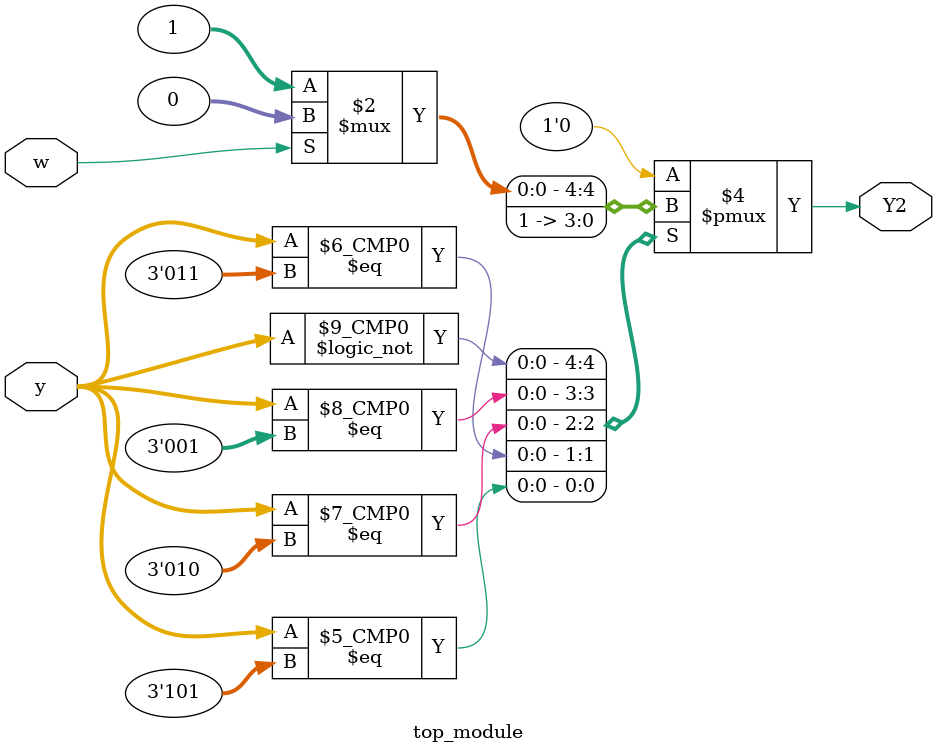
<source format=sv>
module top_module(
    input [3:1] y,
    input w,
    output reg Y2);

    always @(*) begin
        case (y)
            // Next state logic for Y2
            3'b000: Y2 = (w) ? 0 : 1;
            3'b001: Y2 = 1;
            3'b010: Y2 = 1;
            3'b011: Y2 = 1;
            3'b100: Y2 = 0;
            3'b101: Y2 = 1;
            default: Y2 = 0;
        endcase
    end

endmodule

</source>
